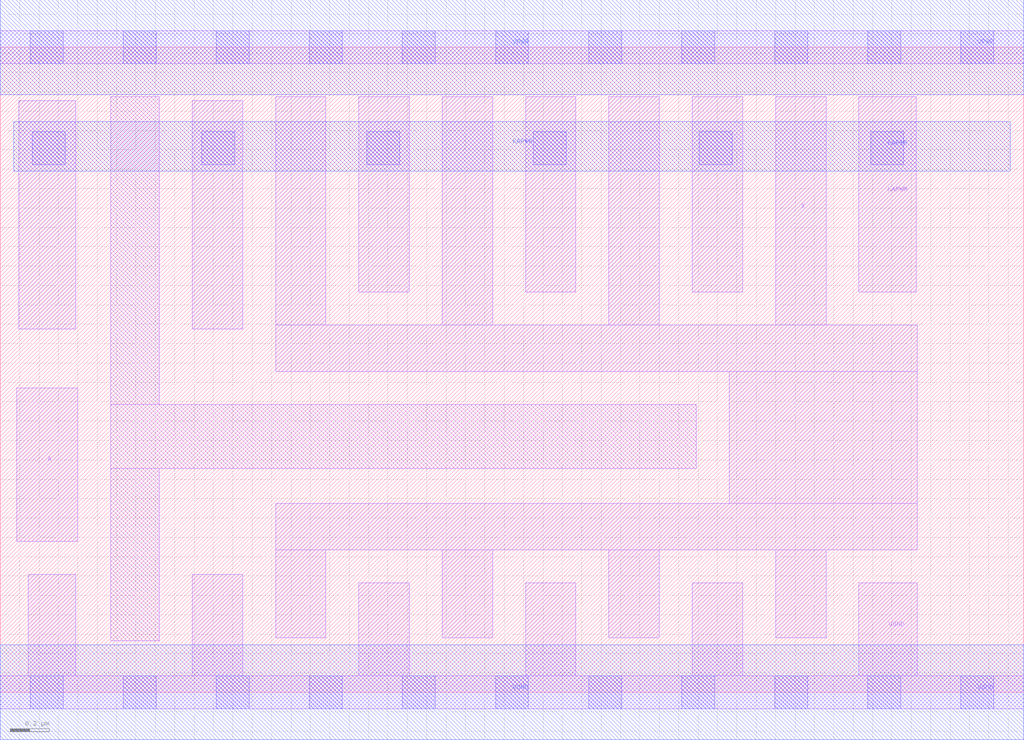
<source format=lef>
# Copyright 2020 The SkyWater PDK Authors
#
# Licensed under the Apache License, Version 2.0 (the "License");
# you may not use this file except in compliance with the License.
# You may obtain a copy of the License at
#
#     https://www.apache.org/licenses/LICENSE-2.0
#
# Unless required by applicable law or agreed to in writing, software
# distributed under the License is distributed on an "AS IS" BASIS,
# WITHOUT WARRANTIES OR CONDITIONS OF ANY KIND, either express or implied.
# See the License for the specific language governing permissions and
# limitations under the License.
#
# SPDX-License-Identifier: Apache-2.0

VERSION 5.7 ;
  NAMESCASESENSITIVE ON ;
  NOWIREEXTENSIONATPIN ON ;
  DIVIDERCHAR "/" ;
  BUSBITCHARS "[]" ;
UNITS
  DATABASE MICRONS 200 ;
END UNITS
MACRO sky130_fd_sc_lp__bufkapwr_8
  CLASS CORE ;
  SOURCE USER ;
  FOREIGN sky130_fd_sc_lp__bufkapwr_8 ;
  ORIGIN  0.000000  0.000000 ;
  SIZE  5.280000 BY  3.330000 ;
  SYMMETRY X Y ;
  SITE unit ;
  PIN A
    ANTENNAGATEAREA  0.504000 ;
    DIRECTION INPUT ;
    USE SIGNAL ;
    PORT
      LAYER li1 ;
        RECT 0.085000 0.780000 0.400000 1.570000 ;
    END
  END A
  PIN X
    ANTENNADIFFAREA  1.881600 ;
    DIRECTION OUTPUT ;
    USE SIGNAL ;
    PORT
      LAYER li1 ;
        RECT 1.420000 0.280000 1.680000 0.735000 ;
        RECT 1.420000 0.735000 4.730000 0.975000 ;
        RECT 1.420000 1.655000 4.730000 1.895000 ;
        RECT 1.420000 1.895000 1.680000 3.075000 ;
        RECT 2.280000 0.280000 2.540000 0.735000 ;
        RECT 2.280000 1.895000 2.540000 3.075000 ;
        RECT 3.140000 0.280000 3.400000 0.735000 ;
        RECT 3.140000 1.895000 3.400000 3.075000 ;
        RECT 3.760000 0.975000 4.730000 1.655000 ;
        RECT 4.000000 0.280000 4.260000 0.735000 ;
        RECT 4.000000 1.895000 4.260000 3.075000 ;
    END
  END X
  PIN KAPWR
    DIRECTION INOUT ;
    USE POWER ;
    PORT
      LAYER li1 ;
        RECT 0.095000 1.875000 0.390000 3.055000 ;
        RECT 0.990000 1.875000 1.250000 3.055000 ;
        RECT 1.850000 2.065000 2.110000 3.075000 ;
        RECT 2.710000 2.065000 2.970000 3.075000 ;
        RECT 3.570000 2.065000 3.830000 3.075000 ;
        RECT 4.430000 2.065000 4.725000 3.075000 ;
      LAYER mcon ;
        RECT 0.165000 2.725000 0.335000 2.895000 ;
        RECT 1.040000 2.725000 1.210000 2.895000 ;
        RECT 1.890000 2.725000 2.060000 2.895000 ;
        RECT 2.750000 2.725000 2.920000 2.895000 ;
        RECT 3.605000 2.725000 3.775000 2.895000 ;
        RECT 4.490000 2.725000 4.660000 2.895000 ;
      LAYER met1 ;
        RECT 0.070000 2.690000 5.210000 2.945000 ;
    END
  END KAPWR
  PIN VGND
    DIRECTION INOUT ;
    USE GROUND ;
    PORT
      LAYER li1 ;
        RECT 0.000000 -0.085000 5.280000 0.085000 ;
        RECT 0.145000  0.085000 0.390000 0.610000 ;
        RECT 0.990000  0.085000 1.250000 0.610000 ;
        RECT 1.850000  0.085000 2.110000 0.565000 ;
        RECT 2.710000  0.085000 2.970000 0.565000 ;
        RECT 3.570000  0.085000 3.830000 0.565000 ;
        RECT 4.430000  0.085000 4.730000 0.565000 ;
      LAYER mcon ;
        RECT 0.155000 -0.085000 0.325000 0.085000 ;
        RECT 0.635000 -0.085000 0.805000 0.085000 ;
        RECT 1.115000 -0.085000 1.285000 0.085000 ;
        RECT 1.595000 -0.085000 1.765000 0.085000 ;
        RECT 2.075000 -0.085000 2.245000 0.085000 ;
        RECT 2.555000 -0.085000 2.725000 0.085000 ;
        RECT 3.035000 -0.085000 3.205000 0.085000 ;
        RECT 3.515000 -0.085000 3.685000 0.085000 ;
        RECT 3.995000 -0.085000 4.165000 0.085000 ;
        RECT 4.475000 -0.085000 4.645000 0.085000 ;
        RECT 4.955000 -0.085000 5.125000 0.085000 ;
      LAYER met1 ;
        RECT 0.000000 -0.245000 5.280000 0.245000 ;
    END
  END VGND
  PIN VPWR
    DIRECTION INOUT ;
    USE POWER ;
    PORT
      LAYER li1 ;
        RECT 0.000000 3.245000 5.280000 3.415000 ;
      LAYER mcon ;
        RECT 0.155000 3.245000 0.325000 3.415000 ;
        RECT 0.635000 3.245000 0.805000 3.415000 ;
        RECT 1.115000 3.245000 1.285000 3.415000 ;
        RECT 1.595000 3.245000 1.765000 3.415000 ;
        RECT 2.075000 3.245000 2.245000 3.415000 ;
        RECT 2.555000 3.245000 2.725000 3.415000 ;
        RECT 3.035000 3.245000 3.205000 3.415000 ;
        RECT 3.515000 3.245000 3.685000 3.415000 ;
        RECT 3.995000 3.245000 4.165000 3.415000 ;
        RECT 4.475000 3.245000 4.645000 3.415000 ;
        RECT 4.955000 3.245000 5.125000 3.415000 ;
      LAYER met1 ;
        RECT 0.000000 3.085000 5.280000 3.575000 ;
    END
  END VPWR
  OBS
    LAYER li1 ;
      RECT 0.570000 0.265000 0.820000 1.155000 ;
      RECT 0.570000 1.155000 3.590000 1.485000 ;
      RECT 0.570000 1.485000 0.820000 3.075000 ;
  END
END sky130_fd_sc_lp__bufkapwr_8

</source>
